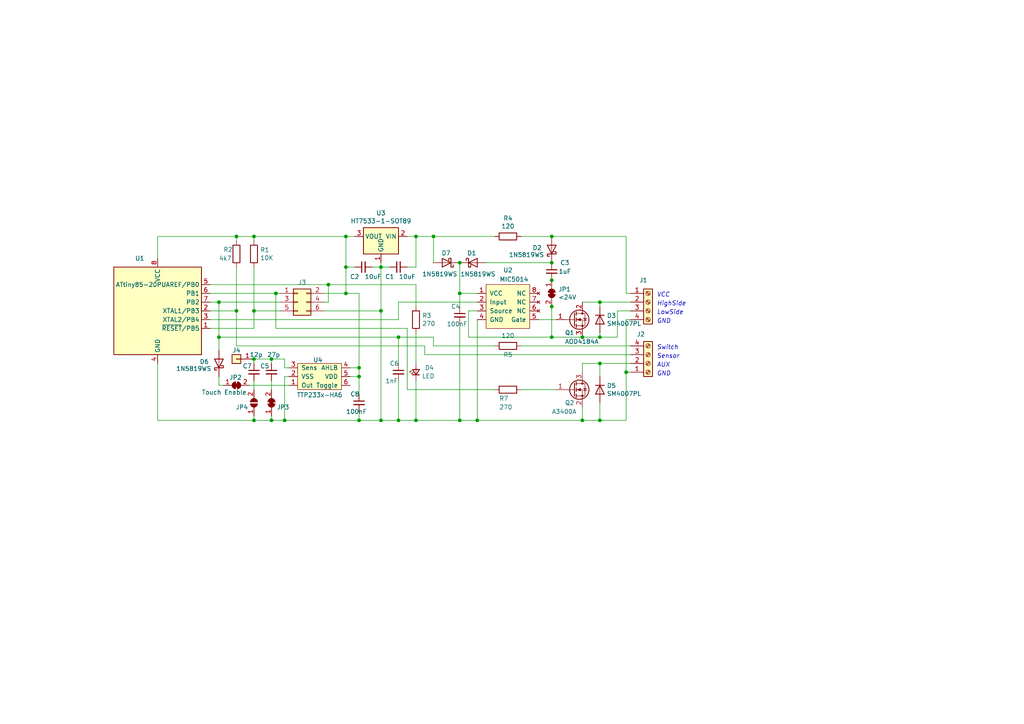
<source format=kicad_sch>
(kicad_sch (version 20231120) (generator "eeschema") (generator_version "8.0")
  (paper "A4")
  (lib_symbols
    (symbol "Connector:Screw_Terminal_01x04" (pin_names (offset 1.016) hide)
      (property "Reference" "J" (at 0 5.08 0))
      (property "Value" "Screw_Terminal_01x04" (at 0 -7.62 0))
      (symbol "Screw_Terminal_01x04_1_1"
        (rectangle (start -1.27 3.81) (end 1.27 -6.35) (stroke (width 0.254)) (fill (type background)))
        (circle (center 0 -5.08) (radius 0.635) (stroke (width 0.1524)))
        (circle (center 0 -2.54) (radius 0.635) (stroke (width 0.1524)))
        (polyline (pts (xy -0.5334 -4.7498) (xy 0.3302 -5.588)) (stroke (width 0.1524)))
        (polyline (pts (xy -0.5334 -2.2098) (xy 0.3302 -3.048)) (stroke (width 0.1524)))
        (polyline (pts (xy -0.5334 0.3302) (xy 0.3302 -0.508)) (stroke (width 0.1524)))
        (polyline (pts (xy -0.5334 2.8702) (xy 0.3302 2.032)) (stroke (width 0.1524)))
        (polyline (pts (xy -0.3556 -4.572) (xy 0.508 -5.4102)) (stroke (width 0.1524)))
        (polyline (pts (xy -0.3556 -2.032) (xy 0.508 -2.8702)) (stroke (width 0.1524)))
        (polyline (pts (xy -0.3556 0.508) (xy 0.508 -0.3302)) (stroke (width 0.1524)))
        (polyline (pts (xy -0.3556 3.048) (xy 0.508 2.2098)) (stroke (width 0.1524)))
        (circle (center 0 0) (radius 0.635) (stroke (width 0.1524)))
        (circle (center 0 2.54) (radius 0.635) (stroke (width 0.1524)))
        (pin passive line (at -5.08 2.54 0) (length 3.81) (name "Pin_1") (number "1"))
        (pin passive line (at -5.08 0 0) (length 3.81) (name "Pin_2") (number "2"))
        (pin passive line (at -5.08 -2.54 0) (length 3.81) (name "Pin_3") (number "3"))
        (pin passive line (at -5.08 -5.08 0) (length 3.81) (name "Pin_4") (number "4"))
      )
    )
    (symbol "Connector_Generic:Conn_01x01" (pin_names (offset 1.016) hide)
      (property "Reference" "J" (at 0 2.54 0))
      (property "Value" "Conn_01x01" (at 0 -2.54 0))
      (symbol "Conn_01x01_1_1"
        (rectangle (start -1.27 0.127) (end 0 -0.127) (stroke (width 0.1524)))
        (rectangle (start -1.27 1.27) (end 1.27 -1.27) (stroke (width 0.254)) (fill (type background)))
        (pin passive line (at -5.08 0 0) (length 3.81) (name "Pin_1") (number "1"))
      )
    )
    (symbol "Connector_Generic:Conn_02x03_Odd_Even" (pin_names (offset 1.016) hide)
      (property "Reference" "J" (at 1.27 5.08 0))
      (property "Value" "Conn_02x03_Odd_Even" (at 1.27 -5.08 0))
      (symbol "Conn_02x03_Odd_Even_1_1"
        (rectangle (start -1.27 -2.413) (end 0 -2.667) (stroke (width 0.1524)))
        (rectangle (start -1.27 0.127) (end 0 -0.127) (stroke (width 0.1524)))
        (rectangle (start -1.27 2.667) (end 0 2.413) (stroke (width 0.1524)))
        (rectangle (start -1.27 3.81) (end 3.81 -3.81) (stroke (width 0.254)) (fill (type background)))
        (rectangle (start 3.81 -2.413) (end 2.54 -2.667) (stroke (width 0.1524)))
        (rectangle (start 3.81 0.127) (end 2.54 -0.127) (stroke (width 0.1524)))
        (rectangle (start 3.81 2.667) (end 2.54 2.413) (stroke (width 0.1524)))
        (pin passive line (at -5.08 2.54 0) (length 3.81) (name "Pin_1") (number "1"))
        (pin passive line (at 7.62 2.54 180) (length 3.81) (name "Pin_2") (number "2"))
        (pin passive line (at -5.08 0 0) (length 3.81) (name "Pin_3") (number "3"))
        (pin passive line (at 7.62 0 180) (length 3.81) (name "Pin_4") (number "4"))
        (pin passive line (at -5.08 -2.54 0) (length 3.81) (name "Pin_5") (number "5"))
        (pin passive line (at 7.62 -2.54 180) (length 3.81) (name "Pin_6") (number "6"))
      )
    )
    (symbol "Device:C_Small" (pin_numbers hide) (pin_names (offset 0.254) hide)
      (property "Reference" "C" (at 0.254 1.778 0))
      (property "Value" "C_Small" (at 0.254 -2.032 0))
      (symbol "C_Small_0_1"
        (polyline (pts (xy -1.524 -0.508) (xy 1.524 -0.508)) (stroke (width 0.3302)))
        (polyline (pts (xy -1.524 0.508) (xy 1.524 0.508)) (stroke (width 0.3048)))
      )
      (symbol "C_Small_1_1"
        (pin passive line (at 0 2.54 270) (length 2.032) (name "~") (number "1"))
        (pin passive line (at 0 -2.54 90) (length 2.032) (name "~") (number "2"))
      )
    )
    (symbol "Device:LED_Small" (pin_numbers hide) (pin_names (offset 0.254) hide)
      (property "Reference" "D" (at -1.27 3.175 0))
      (property "Value" "LED_Small" (at -4.445 -2.54 0))
      (symbol "LED_Small_0_1"
        (polyline (pts (xy -0.762 -1.016) (xy -0.762 1.016)) (stroke (width 0.254)))
        (polyline (pts (xy 1.016 0) (xy -0.762 0)))
        (polyline (pts (xy 0.762 -1.016) (xy -0.762 0) (xy 0.762 1.016) (xy 0.762 -1.016)) (stroke (width 0.254)))
        (polyline (pts (xy 0 0.762) (xy -0.508 1.27) (xy -0.254 1.27) (xy -0.508 1.27) (xy -0.508 1.016)))
        (polyline (pts (xy 0.508 1.27) (xy 0 1.778) (xy 0.254 1.778) (xy 0 1.778) (xy 0 1.524)))
      )
      (symbol "LED_Small_1_1"
        (pin passive line (at -2.54 0 0) (length 1.778) (name "K") (number "1"))
        (pin passive line (at 2.54 0 180) (length 1.778) (name "A") (number "2"))
      )
    )
    (symbol "Device:Q_NMOS_GDS" (pin_names (offset 0) hide)
      (property "Reference" "Q" (at 5.08 1.27 0))
      (property "Value" "Q_NMOS_GDS" (at 5.08 -1.27 0))
      (symbol "Q_NMOS_GDS_0_1"
        (polyline (pts (xy 0.254 0) (xy -2.54 0)))
        (polyline (pts (xy 0.254 1.905) (xy 0.254 -1.905)) (stroke (width 0.254)))
        (polyline (pts (xy 0.762 -1.27) (xy 0.762 -2.286)) (stroke (width 0.254)))
        (polyline (pts (xy 0.762 0.508) (xy 0.762 -0.508)) (stroke (width 0.254)))
        (polyline (pts (xy 0.762 2.286) (xy 0.762 1.27)) (stroke (width 0.254)))
        (polyline (pts (xy 2.54 2.54) (xy 2.54 1.778)))
        (polyline (pts (xy 2.54 -2.54) (xy 2.54 0) (xy 0.762 0)))
        (polyline (pts (xy 0.762 -1.778) (xy 3.302 -1.778) (xy 3.302 1.778) (xy 0.762 1.778)))
        (polyline (pts (xy 1.016 0) (xy 2.032 0.381) (xy 2.032 -0.381) (xy 1.016 0)) (fill (type outline)))
        (polyline (pts (xy 2.794 0.508) (xy 2.921 0.381) (xy 3.683 0.381) (xy 3.81 0.254)))
        (polyline (pts (xy 3.302 0.381) (xy 2.921 -0.254) (xy 3.683 -0.254) (xy 3.302 0.381)))
        (circle (center 1.651 0) (radius 2.794) (stroke (width 0.254)))
        (circle (center 2.54 -1.778) (radius 0.254) (fill (type outline)))
        (circle (center 2.54 1.778) (radius 0.254) (fill (type outline)))
      )
      (symbol "Q_NMOS_GDS_1_1"
        (pin input line (at -5.08 0 0) (length 2.54) (name "G") (number "1"))
        (pin passive line (at 2.54 5.08 270) (length 2.54) (name "D") (number "2"))
        (pin passive line (at 2.54 -5.08 90) (length 2.54) (name "S") (number "3"))
      )
    )
    (symbol "Device:Q_NMOS_GSD" (pin_names (offset 0) hide)
      (property "Reference" "Q" (at 5.08 1.27 0))
      (property "Value" "Q_NMOS_GSD" (at 5.08 -1.27 0))
      (symbol "Q_NMOS_GSD_0_1"
        (polyline (pts (xy 0.254 0) (xy -2.54 0)))
        (polyline (pts (xy 0.254 1.905) (xy 0.254 -1.905)) (stroke (width 0.254)))
        (polyline (pts (xy 0.762 -1.27) (xy 0.762 -2.286)) (stroke (width 0.254)))
        (polyline (pts (xy 0.762 0.508) (xy 0.762 -0.508)) (stroke (width 0.254)))
        (polyline (pts (xy 0.762 2.286) (xy 0.762 1.27)) (stroke (width 0.254)))
        (polyline (pts (xy 2.54 2.54) (xy 2.54 1.778)))
        (polyline (pts (xy 2.54 -2.54) (xy 2.54 0) (xy 0.762 0)))
        (polyline (pts (xy 0.762 -1.778) (xy 3.302 -1.778) (xy 3.302 1.778) (xy 0.762 1.778)))
        (polyline (pts (xy 1.016 0) (xy 2.032 0.381) (xy 2.032 -0.381) (xy 1.016 0)) (fill (type outline)))
        (polyline (pts (xy 2.794 0.508) (xy 2.921 0.381) (xy 3.683 0.381) (xy 3.81 0.254)))
        (polyline (pts (xy 3.302 0.381) (xy 2.921 -0.254) (xy 3.683 -0.254) (xy 3.302 0.381)))
        (circle (center 1.651 0) (radius 2.794) (stroke (width 0.254)))
        (circle (center 2.54 -1.778) (radius 0.254) (fill (type outline)))
        (circle (center 2.54 1.778) (radius 0.254) (fill (type outline)))
      )
      (symbol "Q_NMOS_GSD_1_1"
        (pin input line (at -5.08 0 0) (length 2.54) (name "G") (number "1"))
        (pin passive line (at 2.54 -5.08 90) (length 2.54) (name "S") (number "2"))
        (pin passive line (at 2.54 5.08 270) (length 2.54) (name "D") (number "3"))
      )
    )
    (symbol "Device:R" (pin_numbers hide) (pin_names (offset 0))
      (property "Reference" "R" (at 2.032 0 90))
      (property "Value" "R" (at 0 0 90))
      (symbol "R_0_1"
        (rectangle (start -1.016 -2.54) (end 1.016 2.54) (stroke (width 0.254)))
      )
      (symbol "R_1_1"
        (pin passive line (at 0 3.81 270) (length 1.27) (name "~") (number "1"))
        (pin passive line (at 0 -3.81 90) (length 1.27) (name "~") (number "2"))
      )
    )
    (symbol "Diode:1N5819WS" (pin_numbers hide) (pin_names (offset 1.016) hide)
      (property "Reference" "D" (at 0 2.54 0))
      (property "Value" "1N5819WS" (at 0 -2.54 0))
      (symbol "1N5819WS_0_1"
        (polyline (pts (xy 1.27 0) (xy -1.27 0)))
        (polyline (pts (xy 1.27 1.27) (xy 1.27 -1.27) (xy -1.27 0) (xy 1.27 1.27)) (stroke (width 0.254)))
        (polyline (pts (xy -1.905 0.635) (xy -1.905 1.27) (xy -1.27 1.27) (xy -1.27 -1.27) (xy -0.635 -1.27) (xy -0.635 -0.635)) (stroke (width 0.254)))
      )
      (symbol "1N5819WS_1_1"
        (pin passive line (at -3.81 0 0) (length 2.54) (name "K") (number "1"))
        (pin passive line (at 3.81 0 180) (length 2.54) (name "A") (number "2"))
      )
    )
    (symbol "Diode:SM4007" (pin_numbers hide) (pin_names hide)
      (property "Reference" "D" (at 0 2.54 0))
      (property "Value" "SM4007" (at 0 -2.54 0))
      (symbol "SM4007_0_1"
        (polyline (pts (xy -1.27 1.27) (xy -1.27 -1.27)) (stroke (width 0.254)))
        (polyline (pts (xy 1.27 0) (xy -1.27 0)))
        (polyline (pts (xy 1.27 1.27) (xy 1.27 -1.27) (xy -1.27 0) (xy 1.27 1.27)) (stroke (width 0.254)))
      )
      (symbol "SM4007_1_1"
        (pin passive line (at -3.81 0 0) (length 2.54) (name "K") (number "1"))
        (pin passive line (at 3.81 0 180) (length 2.54) (name "A") (number "2"))
      )
    )
    (symbol "GenControl2-rescue:ATtiny85-20PU-MCU_Microchip_ATtiny"
      (property "Reference" "U" (at -12.7 13.97 0))
      (property "Value" "MCU_Microchip_ATtiny_ATtiny85-20PU" (at 2.54 -13.97 0))
      (symbol "ATtiny85-20PU-MCU_Microchip_ATtiny_0_1"
        (rectangle (start -12.7 -12.7) (end 12.7 12.7) (stroke (width 0.254)) (fill (type background)))
      )
      (symbol "ATtiny85-20PU-MCU_Microchip_ATtiny_1_1"
        (pin bidirectional line (at 15.24 -5.08 180) (length 2.54) (name "~{RESET}/PB5") (number "1"))
        (pin bidirectional line (at 15.24 0 180) (length 2.54) (name "XTAL1/PB3") (number "2"))
        (pin bidirectional line (at 15.24 -2.54 180) (length 2.54) (name "XTAL2/PB4") (number "3"))
        (pin power_in line (at 0 -15.24 90) (length 2.54) (name "GND") (number "4"))
        (pin bidirectional line (at 15.24 7.62 180) (length 2.54) (name "AREF/PB0") (number "5"))
        (pin bidirectional line (at 15.24 5.08 180) (length 2.54) (name "PB1") (number "6"))
        (pin bidirectional line (at 15.24 2.54 180) (length 2.54) (name "PB2") (number "7"))
        (pin power_in line (at 0 15.24 270) (length 2.54) (name "VCC") (number "8"))
      )
    )
    (symbol "GenControl:MIC5014" (pin_names (offset 1.016))
      (property "Reference" "U" (at 0 -1.27 0))
      (property "Value" "MIC5014" (at 0 1.27 0))
      (symbol "MIC5014_0_1"
        (rectangle (start -6.35 -2.54) (end 6.35 -15.24) (fill (type background)))
      )
      (symbol "MIC5014_1_1"
        (pin power_in line (at -8.89 -5.08 0) (length 2.54) (name "VCC") (number "1"))
        (pin input line (at -8.89 -7.62 0) (length 2.54) (name "Input") (number "2"))
        (pin input line (at -8.89 -10.16 0) (length 2.54) (name "Source") (number "3"))
        (pin power_in line (at -8.89 -12.7 0) (length 2.54) (name "GND") (number "4"))
        (pin output line (at 8.89 -12.7 180) (length 2.54) (name "Gate") (number "5"))
        (pin no_connect line (at 8.89 -10.16 180) (length 2.54) (name "NC") (number "6"))
        (pin no_connect line (at 8.89 -7.62 180) (length 2.54) (name "NC") (number "7"))
        (pin no_connect line (at 8.89 -5.08 180) (length 2.54) (name "NC") (number "8"))
      )
    )
    (symbol "Jumper:SolderJumper_2_Bridged" (pin_names (offset 0) hide)
      (property "Reference" "JP" (at 0 2.032 0))
      (property "Value" "SolderJumper_2_Bridged" (at 0 -2.54 0))
      (symbol "SolderJumper_2_Bridged_0_1"
        (rectangle (start -0.508 0.508) (end 0.508 -0.508) (fill (type outline)))
        (arc (start -0.254 1.016) (mid -1.2656 0) (end -0.254 -1.016))
        (arc (start -0.254 1.016) (mid -1.2656 0) (end -0.254 -1.016) (fill (type outline)))
        (polyline (pts (xy -0.254 1.016) (xy -0.254 -1.016)))
        (polyline (pts (xy 0.254 1.016) (xy 0.254 -1.016)))
        (arc (start 0.254 -1.016) (mid 1.2656 0) (end 0.254 1.016))
        (arc (start 0.254 -1.016) (mid 1.2656 0) (end 0.254 1.016) (fill (type outline)))
      )
      (symbol "SolderJumper_2_Bridged_1_1"
        (pin passive line (at -3.81 0 0) (length 2.54) (name "A") (number "1"))
        (pin passive line (at 3.81 0 180) (length 2.54) (name "B") (number "2"))
      )
    )
    (symbol "Jumper:SolderJumper_2_Open" (pin_names (offset 0) hide)
      (property "Reference" "JP" (at 0 2.032 0))
      (property "Value" "SolderJumper_2_Open" (at 0 -2.54 0))
      (symbol "SolderJumper_2_Open_0_1"
        (arc (start -0.254 1.016) (mid -1.2656 0) (end -0.254 -1.016))
        (arc (start -0.254 1.016) (mid -1.2656 0) (end -0.254 -1.016) (fill (type outline)))
        (polyline (pts (xy -0.254 1.016) (xy -0.254 -1.016)))
        (polyline (pts (xy 0.254 1.016) (xy 0.254 -1.016)))
        (arc (start 0.254 -1.016) (mid 1.2656 0) (end 0.254 1.016))
        (arc (start 0.254 -1.016) (mid 1.2656 0) (end 0.254 1.016) (fill (type outline)))
      )
      (symbol "SolderJumper_2_Open_1_1"
        (pin passive line (at -3.81 0 0) (length 2.54) (name "A") (number "1"))
        (pin passive line (at 3.81 0 180) (length 2.54) (name "B") (number "2"))
      )
    )
    (symbol "Regulator_Linear:HT75xx-1-SOT89"
      (property "Reference" "U" (at -5.08 -3.81 0))
      (property "Value" "HT75xx-1-SOT89" (at 0 6.35 0))
      (symbol "HT75xx-1-SOT89_0_1"
        (rectangle (start -5.08 5.08) (end 5.08 -2.54) (stroke (width 0.254)) (fill (type background)))
      )
      (symbol "HT75xx-1-SOT89_1_1"
        (pin power_in line (at 0 -5.08 90) (length 2.54) (name "GND") (number "1"))
        (pin power_in line (at -7.62 2.54 0) (length 2.54) (name "VIN") (number "2"))
        (pin power_out line (at 7.62 2.54 180) (length 2.54) (name "VOUT") (number "3"))
      )
    )
    (symbol "tfl_ttp233x-HA6:TTP233x-HA6-New_Library" (pin_names (offset 1.016))
      (property "Reference" "U" (at 0 7.62 0))
      (property "Value" "New_Library_TTP233x-HA6" (at 0 5.08 0))
      (symbol "TTP233x-HA6-New_Library_0_1"
        (polyline (pts (xy -6.35 3.81) (xy -6.35 -3.81) (xy 6.35 -3.81) (xy 6.35 3.81) (xy -6.35 3.81)) (fill (type background)))
      )
      (symbol "TTP233x-HA6-New_Library_1_1"
        (pin output line (at -8.89 2.54 0) (length 2.54) (name "Out") (number "1"))
        (pin power_in line (at -8.89 0 0) (length 2.54) (name "VSS") (number "2"))
        (pin input line (at -8.89 -2.54 0) (length 2.54) (name "Sens") (number "3"))
        (pin input line (at 8.89 -2.54 180) (length 2.54) (name "AHLB") (number "4"))
        (pin power_in line (at 8.89 0 180) (length 2.54) (name "VDD") (number "5"))
        (pin input line (at 8.89 2.54 180) (length 2.54) (name "Toggle") (number "6"))
      )
    )
  )
  (junction (at 104.14 121.92))
  (junction (at 63.5 87.63))
  (junction (at 133.35 76.2))
  (junction (at 160.02 97.79))
  (junction (at 138.43 121.92))
  (junction (at 115.57 97.79))
  (junction (at 133.35 121.92))
  (junction (at 168.91 121.92))
  (junction (at 133.35 85.09))
  (junction (at 173.99 121.92))
  (junction (at 181.61 107.95))
  (junction (at 100.33 68.58))
  (junction (at 73.66 104.14))
  (junction (at 173.99 87.63))
  (junction (at 78.74 121.92))
  (junction (at 73.66 121.92))
  (junction (at 160.02 76.2))
  (junction (at 68.58 68.58))
  (junction (at 80.01 85.09))
  (junction (at 78.74 104.14))
  (junction (at 110.49 121.92))
  (junction (at 104.14 109.22))
  (junction (at 160.02 81.28))
  (junction (at 73.66 90.17))
  (junction (at 68.58 90.17))
  (junction (at 100.33 85.09))
  (junction (at 120.65 68.58))
  (junction (at 63.5 97.79))
  (junction (at 104.14 106.68))
  (junction (at 160.02 88.9))
  (junction (at 82.55 121.92))
  (junction (at 95.25 82.55))
  (junction (at 125.73 68.58))
  (junction (at 110.49 90.17))
  (junction (at 173.99 97.79))
  (junction (at 160.02 68.58))
  (junction (at 120.65 121.92))
  (junction (at 173.99 105.41))
  (junction (at 73.66 68.58))
  (junction (at 168.91 97.79))
  (junction (at 100.33 77.47))
  (junction (at 115.57 121.92))
  (junction (at 110.49 77.47))
  (wire (pts (xy 83.82 109.22) (xy 82.55 109.22)))
  (wire (pts (xy 82.55 121.92) (xy 104.14 121.92)))
  (wire (pts (xy 156.21 92.71) (xy 161.29 92.71)))
  (wire (pts (xy 151.13 68.58) (xy 160.02 68.58)))
  (wire (pts (xy 104.14 106.68) (xy 104.14 109.22)))
  (wire (pts (xy 110.49 77.47) (xy 110.49 90.17)))
  (wire (pts (xy 73.66 68.58) (xy 100.33 68.58)))
  (wire (pts (xy 80.01 95.25) (xy 118.11 95.25)))
  (wire (pts (xy 133.35 85.09) (xy 133.35 88.9)))
  (wire (pts (xy 160.02 82.55) (xy 160.02 81.28)))
  (wire (pts (xy 63.5 111.76) (xy 64.77 111.76)))
  (wire (pts (xy 45.72 74.93) (xy 45.72 68.58)))
  (wire (pts (xy 72.39 111.76) (xy 83.82 111.76)))
  (wire (pts (xy 93.98 85.09) (xy 100.33 85.09)))
  (wire (pts (xy 45.72 105.41) (xy 45.72 121.92)))
  (wire (pts (xy 95.25 82.55) (xy 120.65 82.55)))
  (wire (pts (xy 63.5 87.63) (xy 63.5 97.79)))
  (wire (pts (xy 125.73 100.33) (xy 125.73 97.79)))
  (wire (pts (xy 110.49 121.92) (xy 115.57 121.92)))
  (wire (pts (xy 110.49 90.17) (xy 110.49 121.92)))
  (wire (pts (xy 73.66 69.85) (xy 73.66 68.58)))
  (wire (pts (xy 135.89 97.79) (xy 160.02 97.79)))
  (wire (pts (xy 63.5 97.79) (xy 63.5 101.6)))
  (wire (pts (xy 173.99 97.79) (xy 173.99 96.52)))
  (wire (pts (xy 78.74 120.65) (xy 78.74 121.92)))
  (wire (pts (xy 100.33 68.58) (xy 102.87 68.58)))
  (wire (pts (xy 115.57 105.41) (xy 115.57 97.79)))
  (wire (pts (xy 181.61 85.09) (xy 182.88 85.09)))
  (wire (pts (xy 168.91 121.92) (xy 173.99 121.92)))
  (wire (pts (xy 100.33 77.47) (xy 102.87 77.47)))
  (wire (pts (xy 135.89 90.17) (xy 135.89 97.79)))
  (wire (pts (xy 73.66 104.14) (xy 78.74 104.14)))
  (wire (pts (xy 100.33 77.47) (xy 100.33 68.58)))
  (wire (pts (xy 173.99 105.41) (xy 168.91 105.41)))
  (wire (pts (xy 93.98 87.63) (xy 95.25 87.63)))
  (wire (pts (xy 120.65 68.58) (xy 125.73 68.58)))
  (wire (pts (xy 73.66 90.17) (xy 81.28 90.17)))
  (wire (pts (xy 73.66 77.47) (xy 73.66 90.17)))
  (wire (pts (xy 181.61 92.71) (xy 182.88 92.71)))
  (wire (pts (xy 118.11 68.58) (xy 120.65 68.58)))
  (wire (pts (xy 115.57 110.49) (xy 115.57 121.92)))
  (wire (pts (xy 125.73 76.2) (xy 125.73 68.58)))
  (wire (pts (xy 160.02 68.58) (xy 181.61 68.58)))
  (wire (pts (xy 125.73 68.58) (xy 143.51 68.58)))
  (wire (pts (xy 63.5 109.22) (xy 63.5 111.76)))
  (wire (pts (xy 133.35 76.2) (xy 133.35 85.09)))
  (wire (pts (xy 60.96 92.71) (xy 115.57 92.71)))
  (wire (pts (xy 123.19 100.33) (xy 123.19 102.87)))
  (wire (pts (xy 78.74 104.14) (xy 78.74 105.41)))
  (wire (pts (xy 63.5 97.79) (xy 115.57 97.79)))
  (wire (pts (xy 73.66 110.49) (xy 73.66 113.03)))
  (wire (pts (xy 80.01 85.09) (xy 81.28 85.09)))
  (wire (pts (xy 182.88 105.41) (xy 173.99 105.41)))
  (wire (pts (xy 173.99 88.9) (xy 173.99 87.63)))
  (wire (pts (xy 104.14 106.68) (xy 101.6 106.68)))
  (wire (pts (xy 173.99 109.22) (xy 173.99 105.41)))
  (wire (pts (xy 78.74 110.49) (xy 78.74 113.03)))
  (wire (pts (xy 120.65 121.92) (xy 133.35 121.92)))
  (wire (pts (xy 82.55 109.22) (xy 82.55 121.92)))
  (wire (pts (xy 45.72 68.58) (xy 68.58 68.58)))
  (wire (pts (xy 45.72 121.92) (xy 73.66 121.92)))
  (wire (pts (xy 133.35 93.98) (xy 133.35 121.92)))
  (wire (pts (xy 68.58 77.47) (xy 68.58 90.17)))
  (wire (pts (xy 82.55 106.68) (xy 83.82 106.68)))
  (wire (pts (xy 168.91 107.95) (xy 168.91 105.41)))
  (wire (pts (xy 133.35 85.09) (xy 138.43 85.09)))
  (wire (pts (xy 82.55 104.14) (xy 78.74 104.14)))
  (wire (pts (xy 118.11 113.03) (xy 143.51 113.03)))
  (wire (pts (xy 60.96 87.63) (xy 63.5 87.63)))
  (wire (pts (xy 151.13 100.33) (xy 182.88 100.33)))
  (wire (pts (xy 138.43 121.92) (xy 168.91 121.92)))
  (wire (pts (xy 115.57 121.92) (xy 120.65 121.92)))
  (wire (pts (xy 107.95 77.47) (xy 110.49 77.47)))
  (wire (pts (xy 181.61 92.71) (xy 181.61 107.95)))
  (wire (pts (xy 160.02 87.63) (xy 160.02 88.9)))
  (wire (pts (xy 179.07 90.17) (xy 179.07 97.79)))
  (wire (pts (xy 118.11 95.25) (xy 118.11 113.03)))
  (wire (pts (xy 80.01 85.09) (xy 80.01 95.25)))
  (wire (pts (xy 68.58 68.58) (xy 68.58 69.85)))
  (wire (pts (xy 100.33 77.47) (xy 100.33 85.09)))
  (wire (pts (xy 179.07 90.17) (xy 182.88 90.17)))
  (wire (pts (xy 68.58 68.58) (xy 73.66 68.58)))
  (wire (pts (xy 100.33 85.09) (xy 104.14 85.09)))
  (wire (pts (xy 115.57 87.63) (xy 138.43 87.63)))
  (wire (pts (xy 143.51 100.33) (xy 125.73 100.33)))
  (wire (pts (xy 168.91 118.11) (xy 168.91 121.92)))
  (wire (pts (xy 173.99 116.84) (xy 173.99 121.92)))
  (wire (pts (xy 173.99 97.79) (xy 179.07 97.79)))
  (wire (pts (xy 60.96 95.25) (xy 73.66 95.25)))
  (wire (pts (xy 151.13 113.03) (xy 161.29 113.03)))
  (wire (pts (xy 140.97 76.2) (xy 160.02 76.2)))
  (wire (pts (xy 120.65 110.49) (xy 120.65 121.92)))
  (wire (pts (xy 120.65 96.52) (xy 120.65 105.41)))
  (wire (pts (xy 123.19 102.87) (xy 182.88 102.87)))
  (wire (pts (xy 133.35 121.92) (xy 138.43 121.92)))
  (wire (pts (xy 181.61 107.95) (xy 181.61 121.92)))
  (wire (pts (xy 168.91 97.79) (xy 173.99 97.79)))
  (wire (pts (xy 73.66 120.65) (xy 73.66 121.92)))
  (wire (pts (xy 160.02 88.9) (xy 160.02 97.79)))
  (wire (pts (xy 160.02 97.79) (xy 168.91 97.79)))
  (wire (pts (xy 110.49 76.2) (xy 110.49 77.47)))
  (wire (pts (xy 78.74 121.92) (xy 82.55 121.92)))
  (wire (pts (xy 173.99 87.63) (xy 182.88 87.63)))
  (wire (pts (xy 110.49 77.47) (xy 113.03 77.47)))
  (wire (pts (xy 82.55 104.14) (xy 82.55 106.68)))
  (wire (pts (xy 93.98 90.17) (xy 110.49 90.17)))
  (wire (pts (xy 63.5 87.63) (xy 81.28 87.63)))
  (wire (pts (xy 181.61 68.58) (xy 181.61 85.09)))
  (wire (pts (xy 104.14 85.09) (xy 104.14 106.68)))
  (wire (pts (xy 118.11 77.47) (xy 120.65 77.47)))
  (wire (pts (xy 120.65 82.55) (xy 120.65 88.9)))
  (wire (pts (xy 104.14 121.92) (xy 110.49 121.92)))
  (wire (pts (xy 95.25 87.63) (xy 95.25 82.55)))
  (wire (pts (xy 73.66 104.14) (xy 73.66 105.41)))
  (wire (pts (xy 60.96 85.09) (xy 80.01 85.09)))
  (wire (pts (xy 115.57 87.63) (xy 115.57 92.71)))
  (wire (pts (xy 138.43 90.17) (xy 135.89 90.17)))
  (wire (pts (xy 60.96 82.55) (xy 95.25 82.55)))
  (wire (pts (xy 104.14 109.22) (xy 104.14 114.3)))
  (wire (pts (xy 73.66 121.92) (xy 78.74 121.92)))
  (wire (pts (xy 173.99 121.92) (xy 181.61 121.92)))
  (wire (pts (xy 125.73 97.79) (xy 115.57 97.79)))
  (wire (pts (xy 68.58 90.17) (xy 68.58 100.33)))
  (wire (pts (xy 104.14 109.22) (xy 101.6 109.22)))
  (wire (pts (xy 182.88 107.95) (xy 181.61 107.95)))
  (wire (pts (xy 68.58 100.33) (xy 123.19 100.33)))
  (wire (pts (xy 168.91 87.63) (xy 173.99 87.63)))
  (wire (pts (xy 68.58 90.17) (xy 60.96 90.17)))
  (wire (pts (xy 104.14 119.38) (xy 104.14 121.92)))
  (wire (pts (xy 138.43 92.71) (xy 138.43 121.92)))
  (wire (pts (xy 73.66 90.17) (xy 73.66 95.25)))
  (wire (pts (xy 120.65 77.47) (xy 120.65 68.58)))
  (text "AUX" (at 190.5 106.68 0) (effects (font (size 1.27 1.27) (italic yes)) (justify left bottom)))
  (text "GND" (at 190.5 93.98 0) (effects (font (size 1.27 1.27) (italic yes)) (justify left bottom)))
  (text "VCC" (at 190.5 86.36 0) (effects (font (size 1.27 1.27) (italic yes)) (justify left bottom)))
  (text "LowSide" (at 190.5 91.44 0) (effects (font (size 1.27 1.27) (italic yes)) (justify left bottom)))
  (text "Switch" (at 190.5 101.6 0) (effects (font (size 1.27 1.27) (italic yes)) (justify left bottom)))
  (text "GND" (at 190.5 109.22 0) (effects (font (size 1.27 1.27) (italic yes)) (justify left bottom)))
  (text "Sensor" (at 190.5 104.14 0) (effects (font (size 1.27 1.27) (italic yes)) (justify left bottom)))
  (text "HighSide" (at 190.5 88.9 0) (effects (font (size 1.27 1.27) (italic yes)) (justify left bottom)))
  (symbol (lib_id "GenControl2-rescue:ATtiny85-20PU-MCU_Microchip_ATtiny") (at 45.72 90.17 0) (unit 1)
    (property "Reference" "U1" (at 41.91 74.93 0) (effects (justify right)))
    (property "Value" "ATtiny85-20PU" (at 48.26 82.55 0) (effects (justify right)))
    (property "Footprint" "Package_SO:SOIJ-8_5.3x5.3mm_P1.27mm" (effects (hide yes)))
    (property "Datasheet" "http://ww1.microchip.com/downloads/en/DeviceDoc/atmel-2586-avr-8-bit-microcontroller-attiny25-attiny45-attiny85_datasheet.pdf" (effects (hide yes)))
  )
  (symbol (lib_id "GenControl:MIC5014") (at 147.32 80.01 0) (unit 1) (in_bom no)
    (property "Reference" "U2" (at 147.32 78.359 0))
    (property "Value" "MIC5014" (at 149.098 81.026 0))
    (property "Footprint" "Package_SO:SOIC-8_3.9x4.9mm_P1.27mm" (effects (hide yes)))
  )
  (symbol (lib_id "Device:Q_NMOS_GDS") (at 166.37 92.71 0) (unit 1)
    (property "Reference" "Q1" (at 163.83 96.52 0) (effects (justify left)))
    (property "Value" "AOD4184A" (at 163.83 99.06 0) (effects (justify left)))
    (property "Footprint" "Package_TO_SOT_SMD:TO-252-2" (effects (hide yes)))
    (property "Description" "C99124" (effects (hide yes)))
    (property "LCSC" "C99124" (effects (hide yes)))
  )
  (symbol (lib_id "Regulator_Linear:HT75xx-1-SOT89") (at 110.49 71.12 0) (mirror y) (unit 1)
    (property "Reference" "U3" (at 110.49 61.7982 0))
    (property "Value" "HT7533-1-SOT89" (at 110.49 64.1096 0))
    (property "Footprint" "Package_TO_SOT_SMD:SOT-89-3" (effects (hide yes)))
    (property "Datasheet" "https://www.holtek.com/documents/10179/116711/HT75xx-1v250.pdf" (effects (hide yes)))
    (property "Description" "C14289" (effects (hide yes)))
    (property "LCSC" "C14289" (effects (hide yes)))
  )
  (symbol (lib_id "Device:C_Small") (at 133.35 91.44 0) (unit 1)
    (property "Reference" "C4" (at 130.81 88.9 0) (effects (justify left)))
    (property "Value" "100nF" (at 129.54 93.98 0) (effects (justify left)))
    (property "Footprint" "Capacitor_SMD:C_0603_1608Metric" (effects (hide yes)))
    (property "Description" "C14663" (effects (hide yes)))
    (property "LCSC" "C14663" (effects (hide yes)))
  )
  (symbol (lib_id "Jumper:SolderJumper_2_Bridged") (at 160.02 85.09 270) (unit 1)
    (property "Reference" "JP1" (at 161.8996 83.9216 90) (effects (justify left)))
    (property "Value" "<24V" (at 161.8996 86.233 90) (effects (justify left)))
    (property "Footprint" "projects:SolderJumper-2_P1.3mm_Bridged_RoundedPad1.0x1.5mm" (effects (hide yes)))
    (property "Description" "Solder Jumper, 2-pole, closed/bridged" (effects (hide yes)))
  )
  (symbol (lib_id "Device:R") (at 73.66 73.66 0) (unit 1)
    (property "Reference" "R1" (at 75.438 72.4916 0) (effects (justify left)))
    (property "Value" "10K" (at 75.438 74.803 0) (effects (justify left)))
    (property "Footprint" "Resistor_SMD:R_0603_1608Metric" (effects (hide yes)))
    (property "Description" "C25804" (effects (hide yes)))
    (property "LCSC" "C25804" (effects (hide yes)))
  )
  (symbol (lib_id "Device:C_Small") (at 105.41 77.47 90) (unit 1)
    (property "Reference" "C2" (at 102.87 80.264 90))
    (property "Value" "10uF" (at 108.204 80.264 90))
    (property "Footprint" "Capacitor_SMD:C_0603_1608Metric" (effects (hide yes)))
    (property "Description" "C19702" (effects (hide yes)))
    (property "LCSC" "C19702" (effects (hide yes)))
  )
  (symbol (lib_id "Device:C_Small") (at 115.57 77.47 270) (unit 1)
    (property "Reference" "C1" (at 113.03 80.264 90))
    (property "Value" "10uF" (at 118.11 80.264 90))
    (property "Footprint" "Capacitor_SMD:C_0805_2012Metric" (effects (hide yes)))
    (property "Description" "C440198" (effects (hide yes)))
    (property "LCSC" "C440198" (effects (hide yes)))
  )
  (symbol (lib_id "Device:R") (at 120.65 92.71 0) (unit 1)
    (property "Reference" "R3" (at 122.428 91.5416 0) (effects (justify left)))
    (property "Value" "270" (at 122.428 93.853 0) (effects (justify left)))
    (property "Footprint" "Resistor_SMD:R_0603_1608Metric" (effects (hide yes)))
    (property "Description" "C22966" (effects (hide yes)))
    (property "LCSC" "C22966" (effects (hide yes)))
  )
  (symbol (lib_id "Device:LED_Small") (at 120.65 107.95 90) (unit 1)
    (property "Reference" "D4" (at 123.19 106.68 90) (effects (justify right)))
    (property "Value" "LED" (at 122.3772 109.093 90) (effects (justify right)))
    (property "Footprint" "LED_THT:LED_D3.0mm" (effects (hide yes)))
    (property "Description" "C72043" (effects (hide yes)))
  )
  (symbol (lib_id "Device:R") (at 68.58 73.66 0) (unit 1)
    (property "Reference" "R2" (at 64.77 72.39 0) (effects (justify left)))
    (property "Value" "4k7" (at 63.5 74.93 0) (effects (justify left)))
    (property "Footprint" "Resistor_SMD:R_0603_1608Metric" (effects (hide yes)))
    (property "Description" "C23162" (effects (hide yes)))
    (property "LCSC" "C23162" (effects (hide yes)))
  )
  (symbol (lib_id "Device:C_Small") (at 160.02 78.74 0) (unit 1)
    (property "Reference" "C3" (at 163.83 76.2 0))
    (property "Value" "1uF" (at 163.83 78.74 0))
    (property "Footprint" "Capacitor_SMD:C_0603_1608Metric" (effects (hide yes)))
    (property "Description" "C15849" (effects (hide yes)))
    (property "LCSC" "C15849" (effects (hide yes)))
  )
  (symbol (lib_id "Connector:Screw_Terminal_01x04") (at 187.96 87.63 0) (unit 1)
    (property "Reference" "J1" (at 185.42 81.28 0) (effects (justify left)))
    (property "Value" "Screw_Terminal_01x04" (effects (hide yes)))
    (property "Footprint" "TerminalBlock_Phoenix:TerminalBlock_Phoenix_MKDS-1,5-4_1x04_P5.00mm_Horizontal" (effects (hide yes)))
  )
  (symbol (lib_id "Connector:Screw_Terminal_01x04") (at 187.96 105.41 0) (mirror x) (unit 1)
    (property "Reference" "J2" (at 185.8772 96.9518 0))
    (property "Value" "Screw_Terminal_01x04" (effects (hide yes)))
    (property "Footprint" "TerminalBlock_Phoenix:TerminalBlock_Phoenix_MKDS-1,5-4_1x04_P5.00mm_Horizontal" (effects (hide yes)))
  )
  (symbol (lib_id "Device:R") (at 147.32 68.58 270) (unit 1)
    (property "Reference" "R4" (at 147.32 63.3222 90))
    (property "Value" "120" (at 147.32 65.6336 90))
    (property "Footprint" "Resistor_SMD:R_0603_1608Metric" (effects (hide yes)))
    (property "Description" "C22787" (effects (hide yes)))
    (property "LCSC" "C22787" (effects (hide yes)))
  )
  (symbol (lib_id "Device:R") (at 147.32 100.33 270) (unit 1)
    (property "Reference" "R5" (at 147.32 102.87 90))
    (property "Value" "120" (at 147.32 97.3836 90))
    (property "Footprint" "Resistor_SMD:R_0603_1608Metric" (effects (hide yes)))
    (property "Description" "C22787" (effects (hide yes)))
    (property "LCSC" "C22787" (effects (hide yes)))
  )
  (symbol (lib_id "Device:C_Small") (at 115.57 107.95 0) (unit 1)
    (property "Reference" "C6" (at 113.03 105.41 0) (effects (justify left)))
    (property "Value" "1nF" (at 111.76 110.49 0) (effects (justify left)))
    (property "Footprint" "Capacitor_SMD:C_0603_1608Metric" (effects (hide yes)))
    (property "LCSC" "C1588" (effects (hide yes)))
  )
  (symbol (lib_id "Connector_Generic:Conn_02x03_Odd_Even") (at 86.36 87.63 0) (unit 1)
    (property "Reference" "J3" (at 87.63 81.915 0))
    (property "Value" "Conn_02x03_Odd_Even" (effects (hide yes)))
    (property "Footprint" "projects:SPI_programmer" (effects (hide yes)))
  )
  (symbol (lib_id "Diode:SM4007") (at 173.99 92.71 270) (unit 1)
    (property "Reference" "D3" (at 175.9966 91.5416 90) (effects (justify left)))
    (property "Value" "SM4007PL" (at 175.9966 93.853 90) (effects (justify left)))
    (property "Footprint" "Diode_SMD:D_SOD-123F" (effects (hide yes)))
    (property "Datasheet" "http://cdn-reichelt.de/documents/datenblatt/A400/SMD1N400%23DIO.pdf" (effects (hide yes)))
    (property "Description" "C64898" (effects (hide yes)))
    (property "LCSC" "C64898" (effects (hide yes)))
  )
  (symbol (lib_id "Device:Q_NMOS_GSD") (at 166.37 113.03 0) (unit 1)
    (property "Reference" "Q2" (at 163.83 116.84 0) (effects (justify left)))
    (property "Value" "A3400A" (at 160.02 119.38 0) (effects (justify left)))
    (property "Footprint" "Package_TO_SOT_SMD:SOT-23" (effects (hide yes)))
    (property "Description" "C20917" (effects (hide yes)))
    (property "LCSC" "C20917" (effects (hide yes)))
  )
  (symbol (lib_id "Device:R") (at 147.32 113.03 270) (unit 1)
    (property "Reference" "R7" (at 144.78 115.57 90) (effects (justify left)))
    (property "Value" "270" (at 144.78 118.11 90) (effects (justify left)))
    (property "Footprint" "Resistor_SMD:R_0603_1608Metric" (effects (hide yes)))
    (property "Description" "C22966" (effects (hide yes)))
    (property "LCSC" "C22966" (effects (hide yes)))
  )
  (symbol (lib_id "Diode:SM4007") (at 173.99 113.03 270) (unit 1)
    (property "Reference" "D5" (at 175.9966 111.8616 90) (effects (justify left)))
    (property "Value" "SM4007PL" (at 175.9966 114.173 90) (effects (justify left)))
    (property "Footprint" "Diode_SMD:D_SOD-123F" (effects (hide yes)))
    (property "Datasheet" "http://cdn-reichelt.de/documents/datenblatt/A400/SMD1N400%23DIO.pdf" (effects (hide yes)))
    (property "Description" "C64898" (effects (hide yes)))
    (property "LCSC" "C64898" (effects (hide yes)))
  )
  (symbol (lib_id "Jumper:SolderJumper_2_Bridged") (at 68.58 111.76 0) (unit 1)
    (property "Reference" "JP2" (at 68.326 109.474 0))
    (property "Value" "Touch Enable" (at 65.024 113.792 0))
    (property "Footprint" "Jumper:SolderJumper-2_P1.3mm_Bridged_RoundedPad1.0x1.5mm" (effects (hide yes)))
    (property "Description" "Solder Jumper, 2-pole, closed/bridged" (effects (hide yes)))
  )
  (symbol (lib_id "tfl_ttp233x-HA6:TTP233x-HA6-New_Library") (at 92.71 109.22 0) (mirror x) (unit 1)
    (property "Reference" "U4" (at 92.202 104.394 0))
    (property "Value" "TTP233x-HA6" (at 92.71 114.554 0))
    (property "Footprint" "Package_TO_SOT_SMD:SOT-23-6" (effects (hide yes)))
    (property "LCSC" "C2835626" (effects (hide yes)))
  )
  (symbol (lib_id "Device:C_Small") (at 78.74 107.95 0) (unit 1)
    (property "Reference" "C5" (at 75.438 106.172 0) (effects (justify left)))
    (property "Value" "27p" (at 77.47 102.87 0) (effects (justify left)))
    (property "Footprint" "Capacitor_SMD:C_0603_1608Metric" (effects (hide yes)))
    (property "Description" "Unpolarized capacitor, small symbol" (effects (hide yes)))
    (property "LCSC" "C92670" (effects (hide yes)))
  )
  (symbol (lib_id "Diode:1N5819WS") (at 160.02 72.39 90) (unit 1)
    (property "Reference" "D2" (at 154.432 71.882 90) (effects (justify right)))
    (property "Value" "1N5819WS" (at 147.574 73.914 90) (effects (justify right)))
    (property "Footprint" "Diode_SMD:D_SOD-323" (effects (hide yes)))
    (property "Datasheet" "https://datasheet.lcsc.com/lcsc/2204281430_Guangdong-Hottech-1N5819WS_C191023.pdf" (effects (hide yes)))
    (property "Description" "40V 600mV@1A 1A SOD-323 Schottky Barrier Diodes, SOD-323" (effects (hide yes)))
    (property "LCSC" "C191023" (effects (hide yes)))
  )
  (symbol (lib_id "Device:C_Small") (at 104.14 116.84 0) (unit 1)
    (property "Reference" "C8" (at 101.6 114.3 0) (effects (justify left)))
    (property "Value" "100nF" (at 100.33 119.38 0) (effects (justify left)))
    (property "Footprint" "Capacitor_SMD:C_0603_1608Metric" (effects (hide yes)))
    (property "Description" "C14663" (effects (hide yes)))
    (property "LCSC" "C14663" (effects (hide yes)))
  )
  (symbol (lib_id "Jumper:SolderJumper_2_Open") (at 73.66 116.84 90) (unit 1)
    (property "Reference" "JP4" (at 68.326 118.11 90) (effects (justify right)))
    (property "Value" "SolderJumper_2_Open" (effects (hide yes)))
    (property "Footprint" "Jumper:SolderJumper-2_P1.3mm_Open_RoundedPad1.0x1.5mm" (effects (hide yes)))
    (property "Description" "Solder Jumper, 2-pole, open" (effects (hide yes)))
  )
  (symbol (lib_id "Jumper:SolderJumper_2_Bridged") (at 78.74 116.84 90) (unit 1)
    (property "Reference" "JP3" (at 80.264 118.11 90) (effects (justify right)))
    (property "Value" "SolderJumper_2_Bridged" (effects (hide yes)))
    (property "Footprint" "Jumper:SolderJumper-2_P1.3mm_Bridged_RoundedPad1.0x1.5mm" (effects (hide yes)))
    (property "Description" "Solder Jumper, 2-pole, closed/bridged" (effects (hide yes)))
  )
  (symbol (lib_id "Device:C_Small") (at 73.66 107.95 0) (unit 1)
    (property "Reference" "C7" (at 70.358 106.172 0) (effects (justify left)))
    (property "Value" "12p" (at 72.39 102.87 0) (effects (justify left)))
    (property "Footprint" "Capacitor_SMD:C_0603_1608Metric" (effects (hide yes)))
    (property "Description" "Unpolarized capacitor, small symbol" (effects (hide yes)))
    (property "LCSC" "C38523" (effects (hide yes)))
  )
  (symbol (lib_id "Diode:1N5819WS") (at 63.5 105.41 90) (unit 1)
    (property "Reference" "D6" (at 57.912 104.902 90) (effects (justify right)))
    (property "Value" "1N5819WS" (at 51.054 106.934 90) (effects (justify right)))
    (property "Footprint" "Diode_SMD:D_SOD-323" (effects (hide yes)))
    (property "Datasheet" "https://datasheet.lcsc.com/lcsc/2204281430_Guangdong-Hottech-1N5819WS_C191023.pdf" (effects (hide yes)))
    (property "Description" "40V 600mV@1A 1A SOD-323 Schottky Barrier Diodes, SOD-323" (effects (hide yes)))
    (property "LCSC" "C191023" (effects (hide yes)))
  )
  (symbol (lib_id "Diode:1N5819WS") (at 137.16 76.2 0) (unit 1)
    (property "Reference" "D1" (at 138.176 73.406 0) (effects (justify right)))
    (property "Value" "1N5819WS" (at 143.764 79.502 0) (effects (justify right)))
    (property "Footprint" "Diode_SMD:D_SOD-323" (effects (hide yes)))
    (property "Datasheet" "https://datasheet.lcsc.com/lcsc/2204281430_Guangdong-Hottech-1N5819WS_C191023.pdf" (effects (hide yes)))
    (property "Description" "40V 600mV@1A 1A SOD-323 Schottky Barrier Diodes, SOD-323" (effects (hide yes)))
    (property "LCSC" "C191023" (effects (hide yes)))
  )
  (symbol (lib_id "Connector_Generic:Conn_01x01") (at 68.58 104.14 180) (unit 1)
    (property "Reference" "J4" (at 68.58 101.6 0))
    (property "Value" "Conn_01x01" (effects (hide yes)))
    (property "Footprint" "Connector_Wire:SolderWire-0.1sqmm_1x01_D0.4mm_OD1mm" (effects (hide yes)))
    (property "Description" "Generic connector, single row, 01x01, script generated (kicad-library-utils/schlib/autogen/connector/)" (effects (hide yes)))
  )
  (symbol (lib_id "Diode:1N5819WS") (at 129.54 76.2 180) (unit 1)
    (property "Reference" "D7" (at 128.016 73.406 0) (effects (justify right)))
    (property "Value" "1N5819WS" (at 122.428 79.502 0) (effects (justify right)))
    (property "Footprint" "Diode_SMD:D_SOD-323" (effects (hide yes)))
    (property "Datasheet" "https://datasheet.lcsc.com/lcsc/2204281430_Guangdong-Hottech-1N5819WS_C191023.pdf" (effects (hide yes)))
    (property "Description" "40V 600mV@1A 1A SOD-323 Schottky Barrier Diodes, SOD-323" (effects (hide yes)))
    (property "LCSC" "C191023" (effects (hide yes)))
  )
)
</source>
